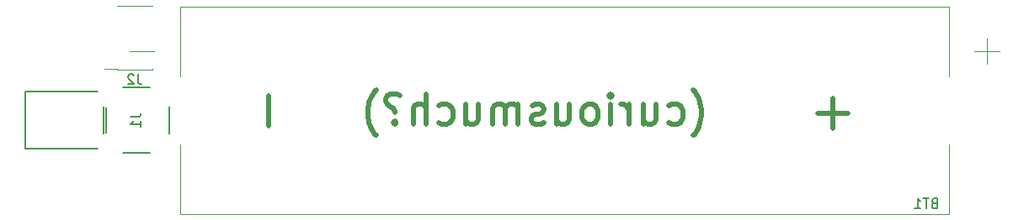
<source format=gbr>
G04 #@! TF.GenerationSoftware,KiCad,Pcbnew,5.0.2-bee76a0~70~ubuntu18.04.1*
G04 #@! TF.CreationDate,2019-04-01T00:38:36-04:00*
G04 #@! TF.ProjectId,L-Clip-V0,4c2d436c-6970-42d5-9630-2e6b69636164,rev?*
G04 #@! TF.SameCoordinates,Original*
G04 #@! TF.FileFunction,Legend,Bot*
G04 #@! TF.FilePolarity,Positive*
%FSLAX46Y46*%
G04 Gerber Fmt 4.6, Leading zero omitted, Abs format (unit mm)*
G04 Created by KiCad (PCBNEW 5.0.2-bee76a0~70~ubuntu18.04.1) date Mon 01 Apr 2019 12:38:36 AM EDT*
%MOMM*%
%LPD*%
G01*
G04 APERTURE LIST*
%ADD10C,0.500000*%
%ADD11C,0.152400*%
%ADD12C,0.120000*%
%ADD13C,0.150000*%
G04 APERTURE END LIST*
D10*
X124285714Y-90476190D02*
X124285714Y-93523809D01*
X182523809Y-92285714D02*
X179476190Y-92285714D01*
X181000000Y-93809523D02*
X181000000Y-90761904D01*
X166928571Y-94500000D02*
X167071428Y-94357142D01*
X167357142Y-93928571D01*
X167500000Y-93642857D01*
X167642857Y-93214285D01*
X167785714Y-92500000D01*
X167785714Y-91928571D01*
X167642857Y-91214285D01*
X167500000Y-90785714D01*
X167357142Y-90500000D01*
X167071428Y-90071428D01*
X166928571Y-89928571D01*
X164500000Y-93214285D02*
X164785714Y-93357142D01*
X165357142Y-93357142D01*
X165642857Y-93214285D01*
X165785714Y-93071428D01*
X165928571Y-92785714D01*
X165928571Y-91928571D01*
X165785714Y-91642857D01*
X165642857Y-91500000D01*
X165357142Y-91357142D01*
X164785714Y-91357142D01*
X164500000Y-91500000D01*
X161928571Y-91357142D02*
X161928571Y-93357142D01*
X163214285Y-91357142D02*
X163214285Y-92928571D01*
X163071428Y-93214285D01*
X162785714Y-93357142D01*
X162357142Y-93357142D01*
X162071428Y-93214285D01*
X161928571Y-93071428D01*
X160500000Y-93357142D02*
X160500000Y-91357142D01*
X160500000Y-91928571D02*
X160357142Y-91642857D01*
X160214285Y-91500000D01*
X159928571Y-91357142D01*
X159642857Y-91357142D01*
X158642857Y-93357142D02*
X158642857Y-91357142D01*
X158642857Y-90357142D02*
X158785714Y-90500000D01*
X158642857Y-90642857D01*
X158500000Y-90500000D01*
X158642857Y-90357142D01*
X158642857Y-90642857D01*
X156785714Y-93357142D02*
X157071428Y-93214285D01*
X157214285Y-93071428D01*
X157357142Y-92785714D01*
X157357142Y-91928571D01*
X157214285Y-91642857D01*
X157071428Y-91500000D01*
X156785714Y-91357142D01*
X156357142Y-91357142D01*
X156071428Y-91500000D01*
X155928571Y-91642857D01*
X155785714Y-91928571D01*
X155785714Y-92785714D01*
X155928571Y-93071428D01*
X156071428Y-93214285D01*
X156357142Y-93357142D01*
X156785714Y-93357142D01*
X153214285Y-91357142D02*
X153214285Y-93357142D01*
X154500000Y-91357142D02*
X154500000Y-92928571D01*
X154357142Y-93214285D01*
X154071428Y-93357142D01*
X153642857Y-93357142D01*
X153357142Y-93214285D01*
X153214285Y-93071428D01*
X151928571Y-93214285D02*
X151642857Y-93357142D01*
X151071428Y-93357142D01*
X150785714Y-93214285D01*
X150642857Y-92928571D01*
X150642857Y-92785714D01*
X150785714Y-92500000D01*
X151071428Y-92357142D01*
X151500000Y-92357142D01*
X151785714Y-92214285D01*
X151928571Y-91928571D01*
X151928571Y-91785714D01*
X151785714Y-91500000D01*
X151500000Y-91357142D01*
X151071428Y-91357142D01*
X150785714Y-91500000D01*
X149357142Y-93357142D02*
X149357142Y-91357142D01*
X149357142Y-91642857D02*
X149214285Y-91500000D01*
X148928571Y-91357142D01*
X148500000Y-91357142D01*
X148214285Y-91500000D01*
X148071428Y-91785714D01*
X148071428Y-93357142D01*
X148071428Y-91785714D02*
X147928571Y-91500000D01*
X147642857Y-91357142D01*
X147214285Y-91357142D01*
X146928571Y-91500000D01*
X146785714Y-91785714D01*
X146785714Y-93357142D01*
X144071428Y-91357142D02*
X144071428Y-93357142D01*
X145357142Y-91357142D02*
X145357142Y-92928571D01*
X145214285Y-93214285D01*
X144928571Y-93357142D01*
X144500000Y-93357142D01*
X144214285Y-93214285D01*
X144071428Y-93071428D01*
X141357142Y-93214285D02*
X141642857Y-93357142D01*
X142214285Y-93357142D01*
X142500000Y-93214285D01*
X142642857Y-93071428D01*
X142785714Y-92785714D01*
X142785714Y-91928571D01*
X142642857Y-91642857D01*
X142500000Y-91500000D01*
X142214285Y-91357142D01*
X141642857Y-91357142D01*
X141357142Y-91500000D01*
X140071428Y-93357142D02*
X140071428Y-90357142D01*
X138785714Y-93357142D02*
X138785714Y-91785714D01*
X138928571Y-91500000D01*
X139214285Y-91357142D01*
X139642857Y-91357142D01*
X139928571Y-91500000D01*
X140071428Y-91642857D01*
X136928571Y-93071428D02*
X136785714Y-93214285D01*
X136928571Y-93357142D01*
X137071428Y-93214285D01*
X136928571Y-93071428D01*
X136928571Y-93357142D01*
X137500000Y-90500000D02*
X137214285Y-90357142D01*
X136500000Y-90357142D01*
X136214285Y-90500000D01*
X136071428Y-90785714D01*
X136071428Y-91071428D01*
X136214285Y-91357142D01*
X136357142Y-91500000D01*
X136642857Y-91642857D01*
X136785714Y-91785714D01*
X136928571Y-92071428D01*
X136928571Y-92214285D01*
X135071428Y-94500000D02*
X134928571Y-94357142D01*
X134642857Y-93928571D01*
X134500000Y-93642857D01*
X134357142Y-93214285D01*
X134214285Y-92500000D01*
X134214285Y-91928571D01*
X134357142Y-91214285D01*
X134500000Y-90785714D01*
X134642857Y-90500000D01*
X134928571Y-90071428D01*
X135071428Y-89928571D01*
D11*
G04 #@! TO.C,J1*
X109579782Y-89683001D02*
X112340218Y-89683001D01*
X107683001Y-94340218D02*
X107683001Y-91579782D01*
X112340218Y-96236999D02*
X109579782Y-96236999D01*
X114236999Y-91579782D02*
X114236999Y-94340218D01*
X99783002Y-90108002D02*
X107081748Y-90108002D01*
X99783002Y-95811998D02*
X99783002Y-90108002D01*
X107081748Y-95811998D02*
X99783002Y-95811998D01*
X107937001Y-91706458D02*
X107937001Y-94213542D01*
D12*
G04 #@! TO.C,J2*
X109035000Y-87885000D02*
X112565000Y-87885000D01*
X109035000Y-81415000D02*
X112565000Y-81415000D01*
X107710000Y-87820000D02*
X109035000Y-87820000D01*
X109035000Y-87885000D02*
X109035000Y-87820000D01*
X112565000Y-87885000D02*
X112565000Y-87820000D01*
X109035000Y-81480000D02*
X109035000Y-81415000D01*
X112565000Y-81480000D02*
X112565000Y-81415000D01*
G04 #@! TO.C,BT1*
X192640000Y-102440000D02*
X192640000Y-95440000D01*
X115360000Y-102440000D02*
X192640000Y-102440000D01*
X115360000Y-95440000D02*
X115360000Y-102440000D01*
X192640000Y-81560000D02*
X192640000Y-88560000D01*
X115360000Y-81560000D02*
X192640000Y-81560000D01*
X115360000Y-88560000D02*
X115360000Y-81580000D01*
X110250000Y-86000000D02*
X112750000Y-86000000D01*
X197750000Y-86000000D02*
X195250000Y-86000000D01*
X196500000Y-87250000D02*
X196500000Y-84750000D01*
G04 #@! TO.C,J1*
D13*
X110412380Y-92626666D02*
X111126666Y-92626666D01*
X111269523Y-92579047D01*
X111364761Y-92483809D01*
X111412380Y-92340952D01*
X111412380Y-92245714D01*
X111412380Y-93626666D02*
X111412380Y-93055238D01*
X111412380Y-93340952D02*
X110412380Y-93340952D01*
X110555238Y-93245714D01*
X110650476Y-93150476D01*
X110698095Y-93055238D01*
G04 #@! TO.C,J2*
X111133333Y-88337380D02*
X111133333Y-89051666D01*
X111180952Y-89194523D01*
X111276190Y-89289761D01*
X111419047Y-89337380D01*
X111514285Y-89337380D01*
X110704761Y-88432619D02*
X110657142Y-88385000D01*
X110561904Y-88337380D01*
X110323809Y-88337380D01*
X110228571Y-88385000D01*
X110180952Y-88432619D01*
X110133333Y-88527857D01*
X110133333Y-88623095D01*
X110180952Y-88765952D01*
X110752380Y-89337380D01*
X110133333Y-89337380D01*
G04 #@! TO.C,BT1*
X191185714Y-101328571D02*
X191042857Y-101376190D01*
X190995238Y-101423809D01*
X190947619Y-101519047D01*
X190947619Y-101661904D01*
X190995238Y-101757142D01*
X191042857Y-101804761D01*
X191138095Y-101852380D01*
X191519047Y-101852380D01*
X191519047Y-100852380D01*
X191185714Y-100852380D01*
X191090476Y-100900000D01*
X191042857Y-100947619D01*
X190995238Y-101042857D01*
X190995238Y-101138095D01*
X191042857Y-101233333D01*
X191090476Y-101280952D01*
X191185714Y-101328571D01*
X191519047Y-101328571D01*
X190661904Y-100852380D02*
X190090476Y-100852380D01*
X190376190Y-101852380D02*
X190376190Y-100852380D01*
X189233333Y-101852380D02*
X189804761Y-101852380D01*
X189519047Y-101852380D02*
X189519047Y-100852380D01*
X189614285Y-100995238D01*
X189709523Y-101090476D01*
X189804761Y-101138095D01*
G04 #@! TD*
M02*

</source>
